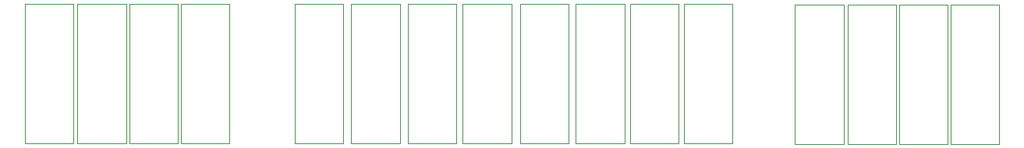
<source format=gbr>
G04 #@! TF.GenerationSoftware,KiCad,Pcbnew,(6.0.5)*
G04 #@! TF.CreationDate,2022-06-02T22:02:39-04:00*
G04 #@! TF.ProjectId,PB_16,50425f31-362e-46b6-9963-61645f706362,v1*
G04 #@! TF.SameCoordinates,Original*
G04 #@! TF.FileFunction,Other,ECO1*
%FSLAX46Y46*%
G04 Gerber Fmt 4.6, Leading zero omitted, Abs format (unit mm)*
G04 Created by KiCad (PCBNEW (6.0.5)) date 2022-06-02 22:02:39*
%MOMM*%
%LPD*%
G01*
G04 APERTURE LIST*
%ADD10C,0.050000*%
G04 APERTURE END LIST*
D10*
X96872600Y-151938600D02*
X91572600Y-151938600D01*
X96872600Y-136738600D02*
X96872600Y-151938600D01*
X91572600Y-151938600D02*
X91572600Y-136738600D01*
X91572600Y-136738600D02*
X96872600Y-136738600D01*
X133142600Y-136748600D02*
X138442600Y-136748600D01*
X138442600Y-151948600D02*
X133142600Y-151948600D01*
X133142600Y-151948600D02*
X133142600Y-136748600D01*
X138442600Y-136748600D02*
X138442600Y-151948600D01*
X186203100Y-136813600D02*
X186203100Y-152013600D01*
X186203100Y-152013600D02*
X180903100Y-152013600D01*
X180903100Y-136813600D02*
X186203100Y-136813600D01*
X180903100Y-152013600D02*
X180903100Y-136813600D01*
X102617600Y-151953600D02*
X97317600Y-151953600D01*
X97317600Y-136753600D02*
X102617600Y-136753600D01*
X102617600Y-136753600D02*
X102617600Y-151953600D01*
X97317600Y-151953600D02*
X97317600Y-136753600D01*
X127022600Y-136748600D02*
X132322600Y-136748600D01*
X132322600Y-136748600D02*
X132322600Y-151948600D01*
X132322600Y-151948600D02*
X127022600Y-151948600D01*
X127022600Y-151948600D02*
X127022600Y-136748600D01*
X144443100Y-151948600D02*
X139143100Y-151948600D01*
X144443100Y-136748600D02*
X144443100Y-151948600D01*
X139143100Y-136748600D02*
X144443100Y-136748600D01*
X139143100Y-151948600D02*
X139143100Y-136748600D01*
X145352600Y-136748600D02*
X150652600Y-136748600D01*
X145352600Y-151948600D02*
X145352600Y-136748600D01*
X150652600Y-151948600D02*
X145352600Y-151948600D01*
X150652600Y-136748600D02*
X150652600Y-151948600D01*
X156712600Y-151948600D02*
X151412600Y-151948600D01*
X151412600Y-136748600D02*
X156712600Y-136748600D01*
X151412600Y-151948600D02*
X151412600Y-136748600D01*
X156712600Y-136748600D02*
X156712600Y-151948600D01*
X197379100Y-152013600D02*
X192079100Y-152013600D01*
X197379100Y-136813600D02*
X197379100Y-152013600D01*
X192079100Y-136813600D02*
X197379100Y-136813600D01*
X192079100Y-152013600D02*
X192079100Y-136813600D01*
X126162600Y-136748600D02*
X126162600Y-151948600D01*
X126162600Y-151948600D02*
X120862600Y-151948600D01*
X120862600Y-136748600D02*
X126162600Y-136748600D01*
X120862600Y-151948600D02*
X120862600Y-136748600D01*
X108217600Y-136753600D02*
X108217600Y-151953600D01*
X108217600Y-151953600D02*
X102917600Y-151953600D01*
X102917600Y-136753600D02*
X108217600Y-136753600D01*
X102917600Y-151953600D02*
X102917600Y-136753600D01*
X180497600Y-152013600D02*
X175197600Y-152013600D01*
X180497600Y-136813600D02*
X180497600Y-152013600D01*
X175197600Y-152013600D02*
X175197600Y-136813600D01*
X175197600Y-136813600D02*
X180497600Y-136813600D01*
X162592600Y-136748600D02*
X162592600Y-151948600D01*
X162592600Y-151948600D02*
X157292600Y-151948600D01*
X157292600Y-151948600D02*
X157292600Y-136748600D01*
X157292600Y-136748600D02*
X162592600Y-136748600D01*
X108517600Y-136753600D02*
X113817600Y-136753600D01*
X108517600Y-151953600D02*
X108517600Y-136753600D01*
X113817600Y-151953600D02*
X108517600Y-151953600D01*
X113817600Y-136753600D02*
X113817600Y-151953600D01*
X191791100Y-136813600D02*
X191791100Y-152013600D01*
X191791100Y-152013600D02*
X186491100Y-152013600D01*
X186491100Y-136813600D02*
X191791100Y-136813600D01*
X186491100Y-152013600D02*
X186491100Y-136813600D01*
X168411100Y-151948600D02*
X163111100Y-151948600D01*
X163111100Y-151948600D02*
X163111100Y-136748600D01*
X168411100Y-136748600D02*
X168411100Y-151948600D01*
X163111100Y-136748600D02*
X168411100Y-136748600D01*
M02*

</source>
